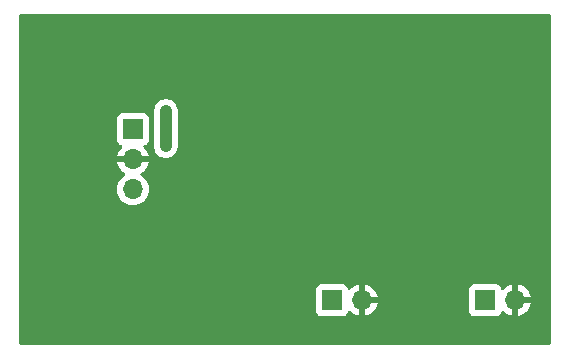
<source format=gbl>
%TF.GenerationSoftware,KiCad,Pcbnew,8.0.5*%
%TF.CreationDate,2024-12-30T22:08:37+01:00*%
%TF.ProjectId,Projet2,50726f6a-6574-4322-9e6b-696361645f70,V1*%
%TF.SameCoordinates,Original*%
%TF.FileFunction,Copper,L2,Bot*%
%TF.FilePolarity,Positive*%
%FSLAX46Y46*%
G04 Gerber Fmt 4.6, Leading zero omitted, Abs format (unit mm)*
G04 Created by KiCad (PCBNEW 8.0.5) date 2024-12-30 22:08:37*
%MOMM*%
%LPD*%
G01*
G04 APERTURE LIST*
%TA.AperFunction,ComponentPad*%
%ADD10R,1.700000X1.700000*%
%TD*%
%TA.AperFunction,ComponentPad*%
%ADD11O,1.700000X1.700000*%
%TD*%
%TA.AperFunction,ViaPad*%
%ADD12C,1.000000*%
%TD*%
%TA.AperFunction,ViaPad*%
%ADD13C,0.800000*%
%TD*%
%TA.AperFunction,Conductor*%
%ADD14C,1.000000*%
%TD*%
G04 APERTURE END LIST*
D10*
%TO.P,J3,1,Pin_1*%
%TO.N,VEE*%
X51960000Y-49750000D03*
D11*
%TO.P,J3,2,Pin_2*%
%TO.N,GND*%
X54500000Y-49750000D03*
%TD*%
D10*
%TO.P,J2,1,Pin_1*%
%TO.N,VEE*%
X64935000Y-49750000D03*
D11*
%TO.P,J2,2,Pin_2*%
%TO.N,GND*%
X67475000Y-49750000D03*
%TD*%
%TO.P,J1,3,Pin_3*%
%TO.N,VCC*%
X35100000Y-40355000D03*
%TO.P,J1,2,Pin_2*%
%TO.N,GND*%
X35100000Y-37815000D03*
D10*
%TO.P,J1,1,Pin_1*%
%TO.N,VEE*%
X35100000Y-35275000D03*
%TD*%
D12*
%TO.N,GND*%
X38100000Y-40800000D03*
X37900000Y-38800000D03*
D13*
%TO.N,Net-(C1-Pad2)*%
X37900000Y-36700000D03*
X37900000Y-33725000D03*
%TD*%
D14*
%TO.N,Net-(C1-Pad2)*%
X37900000Y-33725000D02*
X37900000Y-36700000D01*
%TD*%
%TA.AperFunction,Conductor*%
%TO.N,GND*%
G36*
X70442539Y-25520185D02*
G01*
X70488294Y-25572989D01*
X70499500Y-25624500D01*
X70499500Y-53375500D01*
X70479815Y-53442539D01*
X70427011Y-53488294D01*
X70375500Y-53499500D01*
X25624500Y-53499500D01*
X25557461Y-53479815D01*
X25511706Y-53427011D01*
X25500500Y-53375500D01*
X25500500Y-48852135D01*
X50609500Y-48852135D01*
X50609500Y-50647870D01*
X50609501Y-50647876D01*
X50615908Y-50707483D01*
X50666202Y-50842328D01*
X50666206Y-50842335D01*
X50752452Y-50957544D01*
X50752455Y-50957547D01*
X50867664Y-51043793D01*
X50867671Y-51043797D01*
X51002517Y-51094091D01*
X51002516Y-51094091D01*
X51009444Y-51094835D01*
X51062127Y-51100500D01*
X52857872Y-51100499D01*
X52917483Y-51094091D01*
X53052331Y-51043796D01*
X53167546Y-50957546D01*
X53253796Y-50842331D01*
X53303002Y-50710401D01*
X53344872Y-50654468D01*
X53410337Y-50630050D01*
X53478610Y-50644901D01*
X53506865Y-50666053D01*
X53628917Y-50788105D01*
X53822421Y-50923600D01*
X54036507Y-51023429D01*
X54036516Y-51023433D01*
X54250000Y-51080634D01*
X54250000Y-50183012D01*
X54307007Y-50215925D01*
X54434174Y-50250000D01*
X54565826Y-50250000D01*
X54692993Y-50215925D01*
X54750000Y-50183012D01*
X54750000Y-51080633D01*
X54963483Y-51023433D01*
X54963492Y-51023429D01*
X55177578Y-50923600D01*
X55371082Y-50788105D01*
X55538105Y-50621082D01*
X55673600Y-50427578D01*
X55773429Y-50213492D01*
X55773432Y-50213486D01*
X55830636Y-50000000D01*
X54933012Y-50000000D01*
X54965925Y-49942993D01*
X55000000Y-49815826D01*
X55000000Y-49684174D01*
X54965925Y-49557007D01*
X54933012Y-49500000D01*
X55830636Y-49500000D01*
X55830635Y-49499999D01*
X55773432Y-49286513D01*
X55773429Y-49286507D01*
X55673600Y-49072422D01*
X55673599Y-49072420D01*
X55538113Y-48878926D01*
X55538108Y-48878920D01*
X55511323Y-48852135D01*
X63584500Y-48852135D01*
X63584500Y-50647870D01*
X63584501Y-50647876D01*
X63590908Y-50707483D01*
X63641202Y-50842328D01*
X63641206Y-50842335D01*
X63727452Y-50957544D01*
X63727455Y-50957547D01*
X63842664Y-51043793D01*
X63842671Y-51043797D01*
X63977517Y-51094091D01*
X63977516Y-51094091D01*
X63984444Y-51094835D01*
X64037127Y-51100500D01*
X65832872Y-51100499D01*
X65892483Y-51094091D01*
X66027331Y-51043796D01*
X66142546Y-50957546D01*
X66228796Y-50842331D01*
X66278002Y-50710401D01*
X66319872Y-50654468D01*
X66385337Y-50630050D01*
X66453610Y-50644901D01*
X66481865Y-50666053D01*
X66603917Y-50788105D01*
X66797421Y-50923600D01*
X67011507Y-51023429D01*
X67011516Y-51023433D01*
X67225000Y-51080634D01*
X67225000Y-50183012D01*
X67282007Y-50215925D01*
X67409174Y-50250000D01*
X67540826Y-50250000D01*
X67667993Y-50215925D01*
X67725000Y-50183012D01*
X67725000Y-51080633D01*
X67938483Y-51023433D01*
X67938492Y-51023429D01*
X68152578Y-50923600D01*
X68346082Y-50788105D01*
X68513105Y-50621082D01*
X68648600Y-50427578D01*
X68748429Y-50213492D01*
X68748432Y-50213486D01*
X68805636Y-50000000D01*
X67908012Y-50000000D01*
X67940925Y-49942993D01*
X67975000Y-49815826D01*
X67975000Y-49684174D01*
X67940925Y-49557007D01*
X67908012Y-49500000D01*
X68805636Y-49500000D01*
X68805635Y-49499999D01*
X68748432Y-49286513D01*
X68748429Y-49286507D01*
X68648600Y-49072422D01*
X68648599Y-49072420D01*
X68513113Y-48878926D01*
X68513108Y-48878920D01*
X68346082Y-48711894D01*
X68152578Y-48576399D01*
X67938492Y-48476570D01*
X67938486Y-48476567D01*
X67725000Y-48419364D01*
X67725000Y-49316988D01*
X67667993Y-49284075D01*
X67540826Y-49250000D01*
X67409174Y-49250000D01*
X67282007Y-49284075D01*
X67225000Y-49316988D01*
X67225000Y-48419364D01*
X67224999Y-48419364D01*
X67011513Y-48476567D01*
X67011507Y-48476570D01*
X66797422Y-48576399D01*
X66797420Y-48576400D01*
X66603926Y-48711886D01*
X66481865Y-48833947D01*
X66420542Y-48867431D01*
X66350850Y-48862447D01*
X66294917Y-48820575D01*
X66278002Y-48789598D01*
X66228797Y-48657671D01*
X66228793Y-48657664D01*
X66142547Y-48542455D01*
X66142544Y-48542452D01*
X66027335Y-48456206D01*
X66027328Y-48456202D01*
X65892482Y-48405908D01*
X65892483Y-48405908D01*
X65832883Y-48399501D01*
X65832881Y-48399500D01*
X65832873Y-48399500D01*
X65832864Y-48399500D01*
X64037129Y-48399500D01*
X64037123Y-48399501D01*
X63977516Y-48405908D01*
X63842671Y-48456202D01*
X63842664Y-48456206D01*
X63727455Y-48542452D01*
X63727452Y-48542455D01*
X63641206Y-48657664D01*
X63641202Y-48657671D01*
X63590908Y-48792517D01*
X63584501Y-48852116D01*
X63584500Y-48852135D01*
X55511323Y-48852135D01*
X55371082Y-48711894D01*
X55177578Y-48576399D01*
X54963492Y-48476570D01*
X54963486Y-48476567D01*
X54750000Y-48419364D01*
X54750000Y-49316988D01*
X54692993Y-49284075D01*
X54565826Y-49250000D01*
X54434174Y-49250000D01*
X54307007Y-49284075D01*
X54250000Y-49316988D01*
X54250000Y-48419364D01*
X54249999Y-48419364D01*
X54036513Y-48476567D01*
X54036507Y-48476570D01*
X53822422Y-48576399D01*
X53822420Y-48576400D01*
X53628926Y-48711886D01*
X53506865Y-48833947D01*
X53445542Y-48867431D01*
X53375850Y-48862447D01*
X53319917Y-48820575D01*
X53303002Y-48789598D01*
X53253797Y-48657671D01*
X53253793Y-48657664D01*
X53167547Y-48542455D01*
X53167544Y-48542452D01*
X53052335Y-48456206D01*
X53052328Y-48456202D01*
X52917482Y-48405908D01*
X52917483Y-48405908D01*
X52857883Y-48399501D01*
X52857881Y-48399500D01*
X52857873Y-48399500D01*
X52857864Y-48399500D01*
X51062129Y-48399500D01*
X51062123Y-48399501D01*
X51002516Y-48405908D01*
X50867671Y-48456202D01*
X50867664Y-48456206D01*
X50752455Y-48542452D01*
X50752452Y-48542455D01*
X50666206Y-48657664D01*
X50666202Y-48657671D01*
X50615908Y-48792517D01*
X50609501Y-48852116D01*
X50609500Y-48852135D01*
X25500500Y-48852135D01*
X25500500Y-40354999D01*
X33744341Y-40354999D01*
X33744341Y-40355000D01*
X33764936Y-40590403D01*
X33764938Y-40590413D01*
X33826094Y-40818655D01*
X33826096Y-40818659D01*
X33826097Y-40818663D01*
X33925965Y-41032830D01*
X33925967Y-41032834D01*
X34034281Y-41187521D01*
X34061505Y-41226401D01*
X34228599Y-41393495D01*
X34325384Y-41461265D01*
X34422165Y-41529032D01*
X34422167Y-41529033D01*
X34422170Y-41529035D01*
X34636337Y-41628903D01*
X34864592Y-41690063D01*
X35052918Y-41706539D01*
X35099999Y-41710659D01*
X35100000Y-41710659D01*
X35100001Y-41710659D01*
X35139234Y-41707226D01*
X35335408Y-41690063D01*
X35563663Y-41628903D01*
X35777830Y-41529035D01*
X35971401Y-41393495D01*
X36138495Y-41226401D01*
X36274035Y-41032830D01*
X36373903Y-40818663D01*
X36435063Y-40590408D01*
X36455659Y-40355000D01*
X36435063Y-40119592D01*
X36373903Y-39891337D01*
X36274035Y-39677171D01*
X36138495Y-39483599D01*
X36138494Y-39483597D01*
X35971402Y-39316506D01*
X35971401Y-39316505D01*
X35785405Y-39186269D01*
X35741781Y-39131692D01*
X35734588Y-39062193D01*
X35766110Y-38999839D01*
X35785405Y-38983119D01*
X35971082Y-38853105D01*
X36138105Y-38686082D01*
X36273600Y-38492578D01*
X36373429Y-38278492D01*
X36373432Y-38278486D01*
X36430636Y-38065000D01*
X35533012Y-38065000D01*
X35565925Y-38007993D01*
X35600000Y-37880826D01*
X35600000Y-37749174D01*
X35565925Y-37622007D01*
X35533012Y-37565000D01*
X36430636Y-37565000D01*
X36430635Y-37564999D01*
X36373432Y-37351513D01*
X36373429Y-37351507D01*
X36273600Y-37137422D01*
X36273599Y-37137420D01*
X36138113Y-36943926D01*
X36138108Y-36943920D01*
X36016053Y-36821865D01*
X36003318Y-36798543D01*
X36899499Y-36798543D01*
X36937947Y-36991829D01*
X36937950Y-36991839D01*
X37013364Y-37173907D01*
X37013371Y-37173920D01*
X37122860Y-37337781D01*
X37122863Y-37337785D01*
X37262214Y-37477136D01*
X37262218Y-37477139D01*
X37426079Y-37586628D01*
X37426092Y-37586635D01*
X37511489Y-37622007D01*
X37608165Y-37662051D01*
X37608169Y-37662051D01*
X37608170Y-37662052D01*
X37801456Y-37700500D01*
X37801459Y-37700500D01*
X37998543Y-37700500D01*
X38128582Y-37674632D01*
X38191835Y-37662051D01*
X38373914Y-37586632D01*
X38537782Y-37477139D01*
X38677139Y-37337782D01*
X38786632Y-37173914D01*
X38862051Y-36991835D01*
X38900500Y-36798541D01*
X38900500Y-33626459D01*
X38900500Y-33626456D01*
X38862052Y-33433170D01*
X38862051Y-33433169D01*
X38862051Y-33433165D01*
X38862049Y-33433160D01*
X38786635Y-33251092D01*
X38786628Y-33251079D01*
X38677139Y-33087218D01*
X38677136Y-33087214D01*
X38537785Y-32947863D01*
X38537781Y-32947860D01*
X38373920Y-32838371D01*
X38373907Y-32838364D01*
X38191839Y-32762950D01*
X38191829Y-32762947D01*
X37998543Y-32724500D01*
X37998541Y-32724500D01*
X37801459Y-32724500D01*
X37801457Y-32724500D01*
X37608170Y-32762947D01*
X37608160Y-32762950D01*
X37426092Y-32838364D01*
X37426079Y-32838371D01*
X37262218Y-32947860D01*
X37262214Y-32947863D01*
X37122863Y-33087214D01*
X37122860Y-33087218D01*
X37013371Y-33251079D01*
X37013364Y-33251092D01*
X36937950Y-33433160D01*
X36937947Y-33433170D01*
X36899500Y-33626456D01*
X36899500Y-33626459D01*
X36899500Y-36798541D01*
X36899500Y-36798543D01*
X36899499Y-36798543D01*
X36003318Y-36798543D01*
X35982568Y-36760542D01*
X35987552Y-36690850D01*
X36029424Y-36634917D01*
X36060400Y-36618002D01*
X36192331Y-36568796D01*
X36307546Y-36482546D01*
X36393796Y-36367331D01*
X36444091Y-36232483D01*
X36450500Y-36172873D01*
X36450499Y-34377128D01*
X36444091Y-34317517D01*
X36393796Y-34182669D01*
X36393795Y-34182668D01*
X36393793Y-34182664D01*
X36307547Y-34067455D01*
X36307544Y-34067452D01*
X36192335Y-33981206D01*
X36192328Y-33981202D01*
X36057482Y-33930908D01*
X36057483Y-33930908D01*
X35997883Y-33924501D01*
X35997881Y-33924500D01*
X35997873Y-33924500D01*
X35997864Y-33924500D01*
X34202129Y-33924500D01*
X34202123Y-33924501D01*
X34142516Y-33930908D01*
X34007671Y-33981202D01*
X34007664Y-33981206D01*
X33892455Y-34067452D01*
X33892452Y-34067455D01*
X33806206Y-34182664D01*
X33806202Y-34182671D01*
X33755908Y-34317517D01*
X33749501Y-34377116D01*
X33749501Y-34377123D01*
X33749500Y-34377135D01*
X33749500Y-36172870D01*
X33749501Y-36172876D01*
X33755908Y-36232483D01*
X33806202Y-36367328D01*
X33806206Y-36367335D01*
X33892452Y-36482544D01*
X33892455Y-36482547D01*
X34007664Y-36568793D01*
X34007671Y-36568797D01*
X34007674Y-36568798D01*
X34139598Y-36618002D01*
X34195531Y-36659873D01*
X34219949Y-36725337D01*
X34205098Y-36793610D01*
X34183947Y-36821865D01*
X34061886Y-36943926D01*
X33926400Y-37137420D01*
X33926399Y-37137422D01*
X33826570Y-37351507D01*
X33826567Y-37351513D01*
X33769364Y-37564999D01*
X33769364Y-37565000D01*
X34666988Y-37565000D01*
X34634075Y-37622007D01*
X34600000Y-37749174D01*
X34600000Y-37880826D01*
X34634075Y-38007993D01*
X34666988Y-38065000D01*
X33769364Y-38065000D01*
X33826567Y-38278486D01*
X33826570Y-38278492D01*
X33926399Y-38492578D01*
X34061894Y-38686082D01*
X34228917Y-38853105D01*
X34414595Y-38983119D01*
X34458219Y-39037696D01*
X34465412Y-39107195D01*
X34433890Y-39169549D01*
X34414595Y-39186269D01*
X34228594Y-39316508D01*
X34061505Y-39483597D01*
X33925965Y-39677169D01*
X33925964Y-39677171D01*
X33826098Y-39891335D01*
X33826094Y-39891344D01*
X33764938Y-40119586D01*
X33764936Y-40119596D01*
X33744341Y-40354999D01*
X25500500Y-40354999D01*
X25500500Y-25624500D01*
X25520185Y-25557461D01*
X25572989Y-25511706D01*
X25624500Y-25500500D01*
X70375500Y-25500500D01*
X70442539Y-25520185D01*
G37*
%TD.AperFunction*%
%TD*%
M02*

</source>
